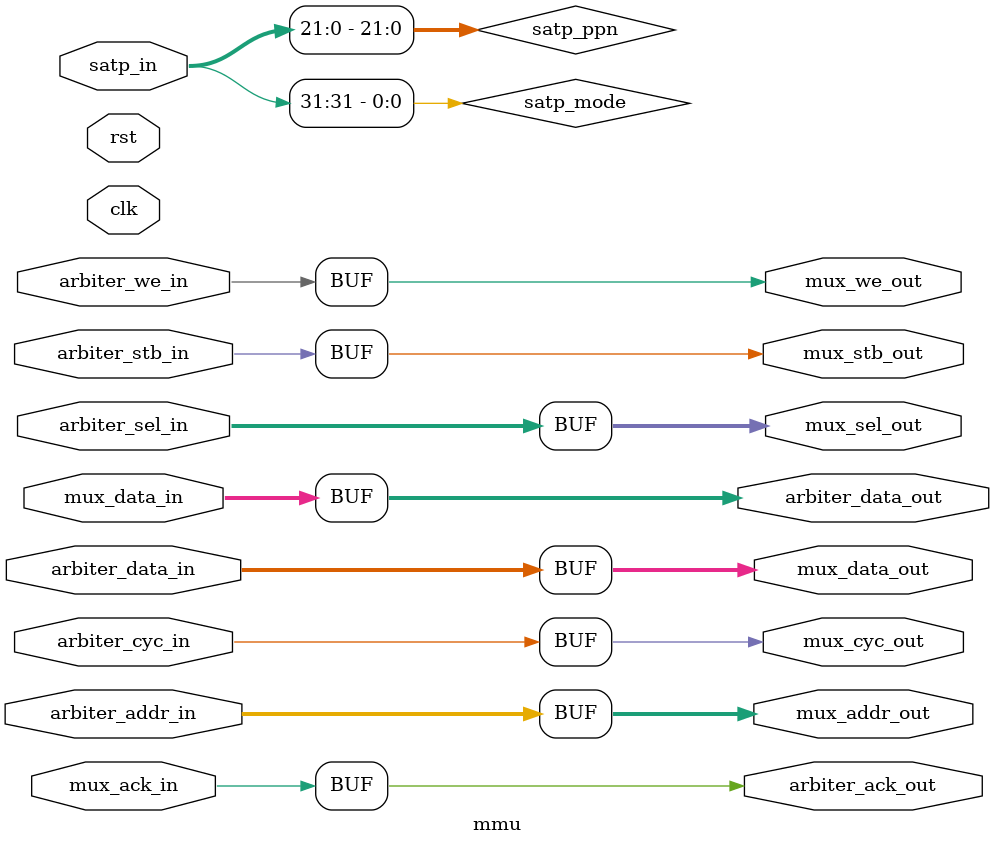
<source format=sv>
module mmu (
    input wire clk,
    input wire rst,

    // arbiter
    input wire [31:0] arbiter_addr_in,
    input wire [31:0] arbiter_data_in,
    output reg [31:0] arbiter_data_out,
    input wire arbiter_we_in,
    input wire [3:0] arbiter_sel_in,
    input wire arbiter_stb_in,
    input wire arbiter_cyc_in,
    output reg arbiter_ack_out,
    
    // mux
    output reg [31:0] mux_addr_out,
    output reg [31:0] mux_data_out,
    input wire [31:0] mux_data_in,
    output reg mux_we_out,
    output reg [3:0] mux_sel_out,
    output reg mux_stb_out,
    output reg mux_cyc_out,
    input wire mux_ack_in,

    // user mode
    
    // satp
    input wire [31:0] satp_in
);

logic satp_mode;
logic [21:0] satp_ppn;

// satp decode
always_comb begin
    satp_mode = satp_in[31];
    satp_ppn = satp_in[21:0];
end

// for test
always_comb begin
    mux_addr_out = arbiter_addr_in;
    mux_data_out = arbiter_data_in;
    mux_we_out = arbiter_we_in;
    mux_sel_out = arbiter_sel_in;
    mux_stb_out = arbiter_stb_in;
    mux_cyc_out = arbiter_cyc_in;
    arbiter_data_out = mux_data_in;
    arbiter_ack_out = mux_ack_in;
end
    
endmodule
</source>
